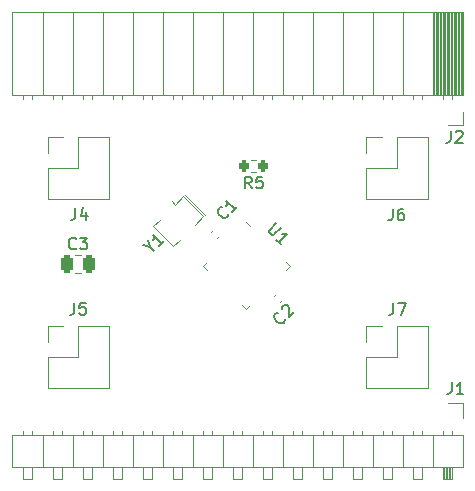
<source format=gto>
%TF.GenerationSoftware,KiCad,Pcbnew,7.0.8-7.0.8~ubuntu22.04.1*%
%TF.CreationDate,2023-11-12T15:46:43-08:00*%
%TF.ProjectId,comm_v0p6,636f6d6d-5f76-4307-9036-2e6b69636164,rev?*%
%TF.SameCoordinates,Original*%
%TF.FileFunction,Legend,Top*%
%TF.FilePolarity,Positive*%
%FSLAX46Y46*%
G04 Gerber Fmt 4.6, Leading zero omitted, Abs format (unit mm)*
G04 Created by KiCad (PCBNEW 7.0.8-7.0.8~ubuntu22.04.1) date 2023-11-12 15:46:43*
%MOMM*%
%LPD*%
G01*
G04 APERTURE LIST*
G04 Aperture macros list*
%AMRoundRect*
0 Rectangle with rounded corners*
0 $1 Rounding radius*
0 $2 $3 $4 $5 $6 $7 $8 $9 X,Y pos of 4 corners*
0 Add a 4 corners polygon primitive as box body*
4,1,4,$2,$3,$4,$5,$6,$7,$8,$9,$2,$3,0*
0 Add four circle primitives for the rounded corners*
1,1,$1+$1,$2,$3*
1,1,$1+$1,$4,$5*
1,1,$1+$1,$6,$7*
1,1,$1+$1,$8,$9*
0 Add four rect primitives between the rounded corners*
20,1,$1+$1,$2,$3,$4,$5,0*
20,1,$1+$1,$4,$5,$6,$7,0*
20,1,$1+$1,$6,$7,$8,$9,0*
20,1,$1+$1,$8,$9,$2,$3,0*%
%AMRotRect*
0 Rectangle, with rotation*
0 The origin of the aperture is its center*
0 $1 length*
0 $2 width*
0 $3 Rotation angle, in degrees counterclockwise*
0 Add horizontal line*
21,1,$1,$2,0,0,$3*%
G04 Aperture macros list end*
%ADD10C,0.150000*%
%ADD11C,0.120000*%
%ADD12RoundRect,0.250000X-0.250000X-0.475000X0.250000X-0.475000X0.250000X0.475000X-0.250000X0.475000X0*%
%ADD13R,1.700000X1.700000*%
%ADD14O,1.700000X1.700000*%
%ADD15RoundRect,0.200000X0.200000X0.275000X-0.200000X0.275000X-0.200000X-0.275000X0.200000X-0.275000X0*%
%ADD16RoundRect,0.140000X0.021213X-0.219203X0.219203X-0.021213X-0.021213X0.219203X-0.219203X0.021213X0*%
%ADD17RoundRect,0.062500X-0.309359X0.220971X0.220971X-0.309359X0.309359X-0.220971X-0.220971X0.309359X0*%
%ADD18RoundRect,0.062500X-0.309359X-0.220971X-0.220971X-0.309359X0.309359X0.220971X0.220971X0.309359X0*%
%ADD19RotRect,3.100000X3.100000X315.000000*%
%ADD20RoundRect,0.140000X-0.021213X0.219203X-0.219203X0.021213X0.021213X-0.219203X0.219203X-0.021213X0*%
%ADD21RotRect,0.400000X1.900000X225.000000*%
G04 APERTURE END LIST*
D10*
X56312733Y-70307580D02*
X56265114Y-70355200D01*
X56265114Y-70355200D02*
X56122257Y-70402819D01*
X56122257Y-70402819D02*
X56027019Y-70402819D01*
X56027019Y-70402819D02*
X55884162Y-70355200D01*
X55884162Y-70355200D02*
X55788924Y-70259961D01*
X55788924Y-70259961D02*
X55741305Y-70164723D01*
X55741305Y-70164723D02*
X55693686Y-69974247D01*
X55693686Y-69974247D02*
X55693686Y-69831390D01*
X55693686Y-69831390D02*
X55741305Y-69640914D01*
X55741305Y-69640914D02*
X55788924Y-69545676D01*
X55788924Y-69545676D02*
X55884162Y-69450438D01*
X55884162Y-69450438D02*
X56027019Y-69402819D01*
X56027019Y-69402819D02*
X56122257Y-69402819D01*
X56122257Y-69402819D02*
X56265114Y-69450438D01*
X56265114Y-69450438D02*
X56312733Y-69498057D01*
X56646067Y-69402819D02*
X57265114Y-69402819D01*
X57265114Y-69402819D02*
X56931781Y-69783771D01*
X56931781Y-69783771D02*
X57074638Y-69783771D01*
X57074638Y-69783771D02*
X57169876Y-69831390D01*
X57169876Y-69831390D02*
X57217495Y-69879009D01*
X57217495Y-69879009D02*
X57265114Y-69974247D01*
X57265114Y-69974247D02*
X57265114Y-70212342D01*
X57265114Y-70212342D02*
X57217495Y-70307580D01*
X57217495Y-70307580D02*
X57169876Y-70355200D01*
X57169876Y-70355200D02*
X57074638Y-70402819D01*
X57074638Y-70402819D02*
X56788924Y-70402819D01*
X56788924Y-70402819D02*
X56693686Y-70355200D01*
X56693686Y-70355200D02*
X56646067Y-70307580D01*
X56257866Y-66866419D02*
X56257866Y-67580704D01*
X56257866Y-67580704D02*
X56210247Y-67723561D01*
X56210247Y-67723561D02*
X56115009Y-67818800D01*
X56115009Y-67818800D02*
X55972152Y-67866419D01*
X55972152Y-67866419D02*
X55876914Y-67866419D01*
X57162628Y-67199752D02*
X57162628Y-67866419D01*
X56924533Y-66818800D02*
X56686438Y-67533085D01*
X56686438Y-67533085D02*
X57305485Y-67533085D01*
X83105666Y-66942619D02*
X83105666Y-67656904D01*
X83105666Y-67656904D02*
X83058047Y-67799761D01*
X83058047Y-67799761D02*
X82962809Y-67895000D01*
X82962809Y-67895000D02*
X82819952Y-67942619D01*
X82819952Y-67942619D02*
X82724714Y-67942619D01*
X84010428Y-66942619D02*
X83819952Y-66942619D01*
X83819952Y-66942619D02*
X83724714Y-66990238D01*
X83724714Y-66990238D02*
X83677095Y-67037857D01*
X83677095Y-67037857D02*
X83581857Y-67180714D01*
X83581857Y-67180714D02*
X83534238Y-67371190D01*
X83534238Y-67371190D02*
X83534238Y-67752142D01*
X83534238Y-67752142D02*
X83581857Y-67847380D01*
X83581857Y-67847380D02*
X83629476Y-67895000D01*
X83629476Y-67895000D02*
X83724714Y-67942619D01*
X83724714Y-67942619D02*
X83915190Y-67942619D01*
X83915190Y-67942619D02*
X84010428Y-67895000D01*
X84010428Y-67895000D02*
X84058047Y-67847380D01*
X84058047Y-67847380D02*
X84105666Y-67752142D01*
X84105666Y-67752142D02*
X84105666Y-67514047D01*
X84105666Y-67514047D02*
X84058047Y-67418809D01*
X84058047Y-67418809D02*
X84010428Y-67371190D01*
X84010428Y-67371190D02*
X83915190Y-67323571D01*
X83915190Y-67323571D02*
X83724714Y-67323571D01*
X83724714Y-67323571D02*
X83629476Y-67371190D01*
X83629476Y-67371190D02*
X83581857Y-67418809D01*
X83581857Y-67418809D02*
X83534238Y-67514047D01*
X56166666Y-74914819D02*
X56166666Y-75629104D01*
X56166666Y-75629104D02*
X56119047Y-75771961D01*
X56119047Y-75771961D02*
X56023809Y-75867200D01*
X56023809Y-75867200D02*
X55880952Y-75914819D01*
X55880952Y-75914819D02*
X55785714Y-75914819D01*
X57119047Y-74914819D02*
X56642857Y-74914819D01*
X56642857Y-74914819D02*
X56595238Y-75391009D01*
X56595238Y-75391009D02*
X56642857Y-75343390D01*
X56642857Y-75343390D02*
X56738095Y-75295771D01*
X56738095Y-75295771D02*
X56976190Y-75295771D01*
X56976190Y-75295771D02*
X57071428Y-75343390D01*
X57071428Y-75343390D02*
X57119047Y-75391009D01*
X57119047Y-75391009D02*
X57166666Y-75486247D01*
X57166666Y-75486247D02*
X57166666Y-75724342D01*
X57166666Y-75724342D02*
X57119047Y-75819580D01*
X57119047Y-75819580D02*
X57071428Y-75867200D01*
X57071428Y-75867200D02*
X56976190Y-75914819D01*
X56976190Y-75914819D02*
X56738095Y-75914819D01*
X56738095Y-75914819D02*
X56642857Y-75867200D01*
X56642857Y-75867200D02*
X56595238Y-75819580D01*
X83166666Y-74914819D02*
X83166666Y-75629104D01*
X83166666Y-75629104D02*
X83119047Y-75771961D01*
X83119047Y-75771961D02*
X83023809Y-75867200D01*
X83023809Y-75867200D02*
X82880952Y-75914819D01*
X82880952Y-75914819D02*
X82785714Y-75914819D01*
X83547619Y-74914819D02*
X84214285Y-74914819D01*
X84214285Y-74914819D02*
X83785714Y-75914819D01*
X71169733Y-65232419D02*
X70836400Y-64756228D01*
X70598305Y-65232419D02*
X70598305Y-64232419D01*
X70598305Y-64232419D02*
X70979257Y-64232419D01*
X70979257Y-64232419D02*
X71074495Y-64280038D01*
X71074495Y-64280038D02*
X71122114Y-64327657D01*
X71122114Y-64327657D02*
X71169733Y-64422895D01*
X71169733Y-64422895D02*
X71169733Y-64565752D01*
X71169733Y-64565752D02*
X71122114Y-64660990D01*
X71122114Y-64660990D02*
X71074495Y-64708609D01*
X71074495Y-64708609D02*
X70979257Y-64756228D01*
X70979257Y-64756228D02*
X70598305Y-64756228D01*
X72074495Y-64232419D02*
X71598305Y-64232419D01*
X71598305Y-64232419D02*
X71550686Y-64708609D01*
X71550686Y-64708609D02*
X71598305Y-64660990D01*
X71598305Y-64660990D02*
X71693543Y-64613371D01*
X71693543Y-64613371D02*
X71931638Y-64613371D01*
X71931638Y-64613371D02*
X72026876Y-64660990D01*
X72026876Y-64660990D02*
X72074495Y-64708609D01*
X72074495Y-64708609D02*
X72122114Y-64803847D01*
X72122114Y-64803847D02*
X72122114Y-65041942D01*
X72122114Y-65041942D02*
X72074495Y-65137180D01*
X72074495Y-65137180D02*
X72026876Y-65184800D01*
X72026876Y-65184800D02*
X71931638Y-65232419D01*
X71931638Y-65232419D02*
X71693543Y-65232419D01*
X71693543Y-65232419D02*
X71598305Y-65184800D01*
X71598305Y-65184800D02*
X71550686Y-65137180D01*
X88106666Y-81634819D02*
X88106666Y-82349104D01*
X88106666Y-82349104D02*
X88059047Y-82491961D01*
X88059047Y-82491961D02*
X87963809Y-82587200D01*
X87963809Y-82587200D02*
X87820952Y-82634819D01*
X87820952Y-82634819D02*
X87725714Y-82634819D01*
X89106666Y-82634819D02*
X88535238Y-82634819D01*
X88820952Y-82634819D02*
X88820952Y-81634819D01*
X88820952Y-81634819D02*
X88725714Y-81777676D01*
X88725714Y-81777676D02*
X88630476Y-81872914D01*
X88630476Y-81872914D02*
X88535238Y-81920533D01*
X74008322Y-76315902D02*
X74008322Y-76383246D01*
X74008322Y-76383246D02*
X73940978Y-76517933D01*
X73940978Y-76517933D02*
X73873635Y-76585276D01*
X73873635Y-76585276D02*
X73738948Y-76652620D01*
X73738948Y-76652620D02*
X73604261Y-76652620D01*
X73604261Y-76652620D02*
X73503246Y-76618948D01*
X73503246Y-76618948D02*
X73334887Y-76517933D01*
X73334887Y-76517933D02*
X73233872Y-76416918D01*
X73233872Y-76416918D02*
X73132856Y-76248559D01*
X73132856Y-76248559D02*
X73099185Y-76147544D01*
X73099185Y-76147544D02*
X73099185Y-76012857D01*
X73099185Y-76012857D02*
X73166528Y-75878170D01*
X73166528Y-75878170D02*
X73233872Y-75810826D01*
X73233872Y-75810826D02*
X73368559Y-75743483D01*
X73368559Y-75743483D02*
X73435902Y-75743483D01*
X73705276Y-75474109D02*
X73705276Y-75406765D01*
X73705276Y-75406765D02*
X73738948Y-75305750D01*
X73738948Y-75305750D02*
X73907307Y-75137391D01*
X73907307Y-75137391D02*
X74008322Y-75103719D01*
X74008322Y-75103719D02*
X74075665Y-75103719D01*
X74075665Y-75103719D02*
X74176681Y-75137391D01*
X74176681Y-75137391D02*
X74244024Y-75204735D01*
X74244024Y-75204735D02*
X74311368Y-75339422D01*
X74311368Y-75339422D02*
X74311368Y-76147544D01*
X74311368Y-76147544D02*
X74749100Y-75709811D01*
X88036666Y-60364819D02*
X88036666Y-61079104D01*
X88036666Y-61079104D02*
X87989047Y-61221961D01*
X87989047Y-61221961D02*
X87893809Y-61317200D01*
X87893809Y-61317200D02*
X87750952Y-61364819D01*
X87750952Y-61364819D02*
X87655714Y-61364819D01*
X88465238Y-60460057D02*
X88512857Y-60412438D01*
X88512857Y-60412438D02*
X88608095Y-60364819D01*
X88608095Y-60364819D02*
X88846190Y-60364819D01*
X88846190Y-60364819D02*
X88941428Y-60412438D01*
X88941428Y-60412438D02*
X88989047Y-60460057D01*
X88989047Y-60460057D02*
X89036666Y-60555295D01*
X89036666Y-60555295D02*
X89036666Y-60650533D01*
X89036666Y-60650533D02*
X88989047Y-60793390D01*
X88989047Y-60793390D02*
X88417619Y-61364819D01*
X88417619Y-61364819D02*
X89036666Y-61364819D01*
X73269801Y-68146702D02*
X72697381Y-68719122D01*
X72697381Y-68719122D02*
X72663709Y-68820137D01*
X72663709Y-68820137D02*
X72663709Y-68887481D01*
X72663709Y-68887481D02*
X72697381Y-68988496D01*
X72697381Y-68988496D02*
X72832068Y-69123183D01*
X72832068Y-69123183D02*
X72933083Y-69156855D01*
X72933083Y-69156855D02*
X73000427Y-69156855D01*
X73000427Y-69156855D02*
X73101442Y-69123183D01*
X73101442Y-69123183D02*
X73673862Y-68550763D01*
X73673862Y-69964977D02*
X73269801Y-69560916D01*
X73471831Y-69762946D02*
X74178938Y-69055840D01*
X74178938Y-69055840D02*
X74010579Y-69089511D01*
X74010579Y-69089511D02*
X73875892Y-69089511D01*
X73875892Y-69089511D02*
X73774877Y-69055840D01*
X69215591Y-67402692D02*
X69215591Y-67470036D01*
X69215591Y-67470036D02*
X69148247Y-67604723D01*
X69148247Y-67604723D02*
X69080904Y-67672066D01*
X69080904Y-67672066D02*
X68946217Y-67739410D01*
X68946217Y-67739410D02*
X68811530Y-67739410D01*
X68811530Y-67739410D02*
X68710515Y-67705738D01*
X68710515Y-67705738D02*
X68542156Y-67604723D01*
X68542156Y-67604723D02*
X68441141Y-67503708D01*
X68441141Y-67503708D02*
X68340125Y-67335349D01*
X68340125Y-67335349D02*
X68306454Y-67234334D01*
X68306454Y-67234334D02*
X68306454Y-67099647D01*
X68306454Y-67099647D02*
X68373797Y-66964960D01*
X68373797Y-66964960D02*
X68441141Y-66897616D01*
X68441141Y-66897616D02*
X68575828Y-66830273D01*
X68575828Y-66830273D02*
X68643171Y-66830273D01*
X69956369Y-66796601D02*
X69552308Y-67200662D01*
X69754339Y-66998631D02*
X69047232Y-66291525D01*
X69047232Y-66291525D02*
X69080904Y-66459883D01*
X69080904Y-66459883D02*
X69080904Y-66594570D01*
X69080904Y-66594570D02*
X69047232Y-66695586D01*
X62566498Y-70188777D02*
X62903216Y-70525495D01*
X61960407Y-70054090D02*
X62566498Y-70188777D01*
X62566498Y-70188777D02*
X62431811Y-69582686D01*
X63745009Y-69683701D02*
X63340948Y-70087762D01*
X63542979Y-69885731D02*
X62835872Y-69178625D01*
X62835872Y-69178625D02*
X62869544Y-69346983D01*
X62869544Y-69346983D02*
X62869544Y-69481670D01*
X62869544Y-69481670D02*
X62835872Y-69582686D01*
D11*
%TO.C,C3*%
X56218148Y-70893000D02*
X56740652Y-70893000D01*
X56218148Y-72363000D02*
X56740652Y-72363000D01*
%TO.C,J4*%
X53900000Y-60900000D02*
X53900000Y-62230000D01*
X53900000Y-63500000D02*
X53900000Y-66100000D01*
X55230000Y-60900000D02*
X53900000Y-60900000D01*
X56500000Y-60900000D02*
X56500000Y-63500000D01*
X56500000Y-63500000D02*
X53900000Y-63500000D01*
X59100000Y-60900000D02*
X56500000Y-60900000D01*
X59100000Y-60900000D02*
X59100000Y-66100000D01*
X59100000Y-66100000D02*
X53900000Y-66100000D01*
%TO.C,J6*%
X80900000Y-60900000D02*
X80900000Y-62230000D01*
X80900000Y-63500000D02*
X80900000Y-66100000D01*
X82230000Y-60900000D02*
X80900000Y-60900000D01*
X83500000Y-60900000D02*
X83500000Y-63500000D01*
X83500000Y-63500000D02*
X80900000Y-63500000D01*
X86100000Y-60900000D02*
X83500000Y-60900000D01*
X86100000Y-60900000D02*
X86100000Y-66100000D01*
X86100000Y-66100000D02*
X80900000Y-66100000D01*
%TO.C,J5*%
X53900000Y-76900000D02*
X53900000Y-78230000D01*
X53900000Y-79500000D02*
X53900000Y-82100000D01*
X55230000Y-76900000D02*
X53900000Y-76900000D01*
X56500000Y-76900000D02*
X56500000Y-79500000D01*
X56500000Y-79500000D02*
X53900000Y-79500000D01*
X59100000Y-76900000D02*
X56500000Y-76900000D01*
X59100000Y-76900000D02*
X59100000Y-82100000D01*
X59100000Y-82100000D02*
X53900000Y-82100000D01*
%TO.C,J7*%
X80900000Y-76900000D02*
X80900000Y-78230000D01*
X80900000Y-79500000D02*
X80900000Y-82100000D01*
X82230000Y-76900000D02*
X80900000Y-76900000D01*
X83500000Y-76900000D02*
X83500000Y-79500000D01*
X83500000Y-79500000D02*
X80900000Y-79500000D01*
X86100000Y-76900000D02*
X83500000Y-76900000D01*
X86100000Y-76900000D02*
X86100000Y-82100000D01*
X86100000Y-82100000D02*
X80900000Y-82100000D01*
%TO.C,R5*%
X71573658Y-63870100D02*
X71099142Y-63870100D01*
X71573658Y-62825100D02*
X71099142Y-62825100D01*
%TO.C,J1*%
X51840000Y-89800000D02*
X51840000Y-88800000D01*
X52600000Y-89800000D02*
X51840000Y-89800000D01*
X54380000Y-89800000D02*
X54380000Y-88800000D01*
X55140000Y-89800000D02*
X54380000Y-89800000D01*
X56920000Y-89800000D02*
X56920000Y-88800000D01*
X57680000Y-89800000D02*
X56920000Y-89800000D01*
X59460000Y-89800000D02*
X59460000Y-88800000D01*
X60220000Y-89800000D02*
X59460000Y-89800000D01*
X62000000Y-89800000D02*
X62000000Y-88800000D01*
X62760000Y-89800000D02*
X62000000Y-89800000D01*
X64540000Y-89800000D02*
X64540000Y-88800000D01*
X65300000Y-89800000D02*
X64540000Y-89800000D01*
X67080000Y-89800000D02*
X67080000Y-88800000D01*
X67840000Y-89800000D02*
X67080000Y-89800000D01*
X69620000Y-89800000D02*
X69620000Y-88800000D01*
X70380000Y-89800000D02*
X69620000Y-89800000D01*
X72160000Y-89800000D02*
X72160000Y-88800000D01*
X72920000Y-89800000D02*
X72160000Y-89800000D01*
X74700000Y-89800000D02*
X74700000Y-88800000D01*
X75460000Y-89800000D02*
X74700000Y-89800000D01*
X77240000Y-89800000D02*
X77240000Y-88800000D01*
X78000000Y-89800000D02*
X77240000Y-89800000D01*
X79780000Y-89800000D02*
X79780000Y-88800000D01*
X80540000Y-89800000D02*
X79780000Y-89800000D01*
X82320000Y-89800000D02*
X82320000Y-88800000D01*
X83080000Y-89800000D02*
X82320000Y-89800000D01*
X84860000Y-89800000D02*
X84860000Y-88800000D01*
X85620000Y-89800000D02*
X84860000Y-89800000D01*
X87400000Y-89800000D02*
X87400000Y-88800000D01*
X88160000Y-89800000D02*
X87400000Y-89800000D01*
X50890000Y-88800000D02*
X89110000Y-88800000D01*
X52600000Y-88800000D02*
X52600000Y-89800000D01*
X55140000Y-88800000D02*
X55140000Y-89800000D01*
X57680000Y-88800000D02*
X57680000Y-89800000D01*
X60220000Y-88800000D02*
X60220000Y-89800000D01*
X62760000Y-88800000D02*
X62760000Y-89800000D01*
X65300000Y-88800000D02*
X65300000Y-89800000D01*
X67840000Y-88800000D02*
X67840000Y-89800000D01*
X70380000Y-88800000D02*
X70380000Y-89800000D01*
X72920000Y-88800000D02*
X72920000Y-89800000D01*
X75460000Y-88800000D02*
X75460000Y-89800000D01*
X78000000Y-88800000D02*
X78000000Y-89800000D01*
X80540000Y-88800000D02*
X80540000Y-89800000D01*
X83080000Y-88800000D02*
X83080000Y-89800000D01*
X85620000Y-88800000D02*
X85620000Y-89800000D01*
X87500000Y-88800000D02*
X87500000Y-89800000D01*
X87620000Y-88800000D02*
X87620000Y-89800000D01*
X87740000Y-88800000D02*
X87740000Y-89800000D01*
X87860000Y-88800000D02*
X87860000Y-89800000D01*
X87980000Y-88800000D02*
X87980000Y-89800000D01*
X88100000Y-88800000D02*
X88100000Y-89800000D01*
X88160000Y-88800000D02*
X88160000Y-89800000D01*
X89110000Y-88800000D02*
X89110000Y-86140000D01*
X50890000Y-86140000D02*
X50890000Y-88800000D01*
X53490000Y-86140000D02*
X53490000Y-88800000D01*
X56030000Y-86140000D02*
X56030000Y-88800000D01*
X58570000Y-86140000D02*
X58570000Y-88800000D01*
X61110000Y-86140000D02*
X61110000Y-88800000D01*
X63650000Y-86140000D02*
X63650000Y-88800000D01*
X66190000Y-86140000D02*
X66190000Y-88800000D01*
X68730000Y-86140000D02*
X68730000Y-88800000D01*
X71270000Y-86140000D02*
X71270000Y-88800000D01*
X73810000Y-86140000D02*
X73810000Y-88800000D01*
X76350000Y-86140000D02*
X76350000Y-88800000D01*
X78890000Y-86140000D02*
X78890000Y-88800000D01*
X81430000Y-86140000D02*
X81430000Y-88800000D01*
X83970000Y-86140000D02*
X83970000Y-88800000D01*
X86510000Y-86140000D02*
X86510000Y-88800000D01*
X89110000Y-86140000D02*
X50890000Y-86140000D01*
X87400000Y-85810000D02*
X87400000Y-86140000D01*
X88160000Y-85810000D02*
X88160000Y-86140000D01*
X51840000Y-85742929D02*
X51840000Y-86140000D01*
X52600000Y-85742929D02*
X52600000Y-86140000D01*
X54380000Y-85742929D02*
X54380000Y-86140000D01*
X55140000Y-85742929D02*
X55140000Y-86140000D01*
X56920000Y-85742929D02*
X56920000Y-86140000D01*
X57680000Y-85742929D02*
X57680000Y-86140000D01*
X59460000Y-85742929D02*
X59460000Y-86140000D01*
X60220000Y-85742929D02*
X60220000Y-86140000D01*
X62000000Y-85742929D02*
X62000000Y-86140000D01*
X62760000Y-85742929D02*
X62760000Y-86140000D01*
X64540000Y-85742929D02*
X64540000Y-86140000D01*
X65300000Y-85742929D02*
X65300000Y-86140000D01*
X67080000Y-85742929D02*
X67080000Y-86140000D01*
X67840000Y-85742929D02*
X67840000Y-86140000D01*
X69620000Y-85742929D02*
X69620000Y-86140000D01*
X70380000Y-85742929D02*
X70380000Y-86140000D01*
X72160000Y-85742929D02*
X72160000Y-86140000D01*
X72920000Y-85742929D02*
X72920000Y-86140000D01*
X74700000Y-85742929D02*
X74700000Y-86140000D01*
X75460000Y-85742929D02*
X75460000Y-86140000D01*
X77240000Y-85742929D02*
X77240000Y-86140000D01*
X78000000Y-85742929D02*
X78000000Y-86140000D01*
X79780000Y-85742929D02*
X79780000Y-86140000D01*
X80540000Y-85742929D02*
X80540000Y-86140000D01*
X82320000Y-85742929D02*
X82320000Y-86140000D01*
X83080000Y-85742929D02*
X83080000Y-86140000D01*
X84860000Y-85742929D02*
X84860000Y-86140000D01*
X85620000Y-85742929D02*
X85620000Y-86140000D01*
X87780000Y-83430000D02*
X89050000Y-83430000D01*
X89050000Y-83430000D02*
X89050000Y-84700000D01*
%TO.C,C2*%
X73101690Y-74344893D02*
X73254193Y-74192390D01*
X73610807Y-74854010D02*
X73763310Y-74701507D01*
%TO.C,J2*%
X89110000Y-50290000D02*
X50890000Y-50290000D01*
X89110000Y-50290000D02*
X89110000Y-57290000D01*
X88990000Y-50290000D02*
X88990000Y-57290000D01*
X88871905Y-50290000D02*
X88871905Y-57290000D01*
X88753810Y-50290000D02*
X88753810Y-57290000D01*
X88635715Y-50290000D02*
X88635715Y-57290000D01*
X88517620Y-50290000D02*
X88517620Y-57290000D01*
X88399525Y-50290000D02*
X88399525Y-57290000D01*
X88281430Y-50290000D02*
X88281430Y-57290000D01*
X88163335Y-50290000D02*
X88163335Y-57290000D01*
X88045240Y-50290000D02*
X88045240Y-57290000D01*
X87927145Y-50290000D02*
X87927145Y-57290000D01*
X87809050Y-50290000D02*
X87809050Y-57290000D01*
X87690955Y-50290000D02*
X87690955Y-57290000D01*
X87572860Y-50290000D02*
X87572860Y-57290000D01*
X87454765Y-50290000D02*
X87454765Y-57290000D01*
X87336670Y-50290000D02*
X87336670Y-57290000D01*
X87218575Y-50290000D02*
X87218575Y-57290000D01*
X87100480Y-50290000D02*
X87100480Y-57290000D01*
X86982385Y-50290000D02*
X86982385Y-57290000D01*
X86864290Y-50290000D02*
X86864290Y-57290000D01*
X86746195Y-50290000D02*
X86746195Y-57290000D01*
X86628100Y-50290000D02*
X86628100Y-57290000D01*
X86510000Y-50290000D02*
X86510000Y-57290000D01*
X83970000Y-50290000D02*
X83970000Y-57290000D01*
X81430000Y-50290000D02*
X81430000Y-57290000D01*
X78890000Y-50290000D02*
X78890000Y-57290000D01*
X76350000Y-50290000D02*
X76350000Y-57290000D01*
X73810000Y-50290000D02*
X73810000Y-57290000D01*
X71270000Y-50290000D02*
X71270000Y-57290000D01*
X68730000Y-50290000D02*
X68730000Y-57290000D01*
X66190000Y-50290000D02*
X66190000Y-57290000D01*
X63650000Y-50290000D02*
X63650000Y-57290000D01*
X61110000Y-50290000D02*
X61110000Y-57290000D01*
X58570000Y-50290000D02*
X58570000Y-57290000D01*
X56030000Y-50290000D02*
X56030000Y-57290000D01*
X53490000Y-50290000D02*
X53490000Y-57290000D01*
X50890000Y-50290000D02*
X50890000Y-57290000D01*
X89110000Y-57290000D02*
X50890000Y-57290000D01*
X88140000Y-57290000D02*
X88140000Y-57640000D01*
X87420000Y-57290000D02*
X87420000Y-57640000D01*
X85600000Y-57290000D02*
X85600000Y-57700000D01*
X84880000Y-57290000D02*
X84880000Y-57700000D01*
X83060000Y-57290000D02*
X83060000Y-57700000D01*
X82340000Y-57290000D02*
X82340000Y-57700000D01*
X80520000Y-57290000D02*
X80520000Y-57700000D01*
X79800000Y-57290000D02*
X79800000Y-57700000D01*
X77980000Y-57290000D02*
X77980000Y-57700000D01*
X77260000Y-57290000D02*
X77260000Y-57700000D01*
X75440000Y-57290000D02*
X75440000Y-57700000D01*
X74720000Y-57290000D02*
X74720000Y-57700000D01*
X72900000Y-57290000D02*
X72900000Y-57700000D01*
X72180000Y-57290000D02*
X72180000Y-57700000D01*
X70360000Y-57290000D02*
X70360000Y-57700000D01*
X69640000Y-57290000D02*
X69640000Y-57700000D01*
X67820000Y-57290000D02*
X67820000Y-57700000D01*
X67100000Y-57290000D02*
X67100000Y-57700000D01*
X65280000Y-57290000D02*
X65280000Y-57700000D01*
X64560000Y-57290000D02*
X64560000Y-57700000D01*
X62740000Y-57290000D02*
X62740000Y-57700000D01*
X62020000Y-57290000D02*
X62020000Y-57700000D01*
X60200000Y-57290000D02*
X60200000Y-57700000D01*
X59480000Y-57290000D02*
X59480000Y-57700000D01*
X57660000Y-57290000D02*
X57660000Y-57700000D01*
X56940000Y-57290000D02*
X56940000Y-57700000D01*
X55120000Y-57290000D02*
X55120000Y-57700000D01*
X54400000Y-57290000D02*
X54400000Y-57700000D01*
X52580000Y-57290000D02*
X52580000Y-57700000D01*
X51860000Y-57290000D02*
X51860000Y-57700000D01*
X89110000Y-58750000D02*
X89110000Y-59860000D01*
X89110000Y-59860000D02*
X87780000Y-59860000D01*
%TO.C,U1*%
X67030803Y-71772100D02*
X67366678Y-71436224D01*
X71057776Y-68416878D02*
X70721900Y-68081003D01*
X67366678Y-72107976D02*
X67030803Y-71772100D01*
X74077122Y-71436224D02*
X74412997Y-71772100D01*
X70386024Y-75127322D02*
X70721900Y-75463197D01*
X74412997Y-71772100D02*
X74077122Y-72107976D01*
X70721900Y-75463197D02*
X71057776Y-75127322D01*
%TO.C,C1*%
X68383310Y-69242107D02*
X68230807Y-69394610D01*
X67874193Y-68732990D02*
X67721690Y-68885493D01*
%TO.C,Y1*%
X67232542Y-67450015D02*
X65818328Y-66035801D01*
X65818328Y-66035801D02*
X65535485Y-65752958D01*
X67091120Y-67591436D02*
X66384014Y-68298543D01*
X65676907Y-66177222D02*
X67091120Y-67591436D01*
X65676907Y-66177222D02*
X65394064Y-65894380D01*
X64686957Y-66601486D02*
X65394064Y-65894380D01*
X64686957Y-66601486D02*
X64404115Y-66318644D01*
X65111221Y-69571335D02*
X64545536Y-70137020D01*
X64545536Y-70137020D02*
X63131322Y-68722807D01*
X63131322Y-68722807D02*
X62848480Y-68439964D01*
X62848480Y-68439964D02*
X63414165Y-67874279D01*
%TD*%
%LPC*%
D12*
%TO.C,C3*%
X55529400Y-71628000D03*
X57429400Y-71628000D03*
%TD*%
D13*
%TO.C,J4*%
X55230000Y-62230000D03*
D14*
X57770000Y-62230000D03*
X55230000Y-64770000D03*
X57770000Y-64770000D03*
%TD*%
D13*
%TO.C,J6*%
X82230000Y-62230000D03*
D14*
X84770000Y-62230000D03*
X82230000Y-64770000D03*
X84770000Y-64770000D03*
%TD*%
D13*
%TO.C,J5*%
X55230000Y-78230000D03*
D14*
X57770000Y-78230000D03*
X55230000Y-80770000D03*
X57770000Y-80770000D03*
%TD*%
D13*
%TO.C,J7*%
X82230000Y-78230000D03*
D14*
X84770000Y-78230000D03*
X82230000Y-80770000D03*
X84770000Y-80770000D03*
%TD*%
D15*
%TO.C,R5*%
X72161400Y-63347600D03*
X70511400Y-63347600D03*
%TD*%
D14*
%TO.C,J1*%
X52220000Y-84700000D03*
X54760000Y-84700000D03*
X57300000Y-84700000D03*
X59840000Y-84700000D03*
X62380000Y-84700000D03*
X64920000Y-84700000D03*
X67460000Y-84700000D03*
X70000000Y-84700000D03*
X72540000Y-84700000D03*
X75080000Y-84700000D03*
X77620000Y-84700000D03*
X80160000Y-84700000D03*
X82700000Y-84700000D03*
X85240000Y-84700000D03*
D13*
X87780000Y-84700000D03*
%TD*%
D16*
%TO.C,C2*%
X73093089Y-74862611D03*
X73771911Y-74183789D03*
%TD*%
D13*
%TO.C,J2*%
X87780000Y-58750000D03*
D14*
X85240000Y-58750000D03*
X82700000Y-58750000D03*
X80160000Y-58750000D03*
X77620000Y-58750000D03*
X75080000Y-58750000D03*
X72540000Y-58750000D03*
X70000000Y-58750000D03*
X67460000Y-58750000D03*
X64920000Y-58750000D03*
X62380000Y-58750000D03*
X59840000Y-58750000D03*
X57300000Y-58750000D03*
X54760000Y-58750000D03*
X52220000Y-58750000D03*
%TD*%
D17*
%TO.C,U1*%
X70235764Y-68811090D03*
X69882211Y-69164644D03*
X69528657Y-69518197D03*
X69175104Y-69871751D03*
X68821551Y-70225304D03*
X68467997Y-70578857D03*
X68114444Y-70932411D03*
X67760890Y-71285964D03*
D18*
X67760890Y-72258236D03*
X68114444Y-72611789D03*
X68467997Y-72965343D03*
X68821551Y-73318896D03*
X69175104Y-73672449D03*
X69528657Y-74026003D03*
X69882211Y-74379556D03*
X70235764Y-74733110D03*
D17*
X71208036Y-74733110D03*
X71561589Y-74379556D03*
X71915143Y-74026003D03*
X72268696Y-73672449D03*
X72622249Y-73318896D03*
X72975803Y-72965343D03*
X73329356Y-72611789D03*
X73682910Y-72258236D03*
D18*
X73682910Y-71285964D03*
X73329356Y-70932411D03*
X72975803Y-70578857D03*
X72622249Y-70225304D03*
X72268696Y-69871751D03*
X71915143Y-69518197D03*
X71561589Y-69164644D03*
X71208036Y-68811090D03*
D19*
X70721900Y-71772100D03*
%TD*%
D20*
%TO.C,C1*%
X68391911Y-68724389D03*
X67713089Y-69403211D03*
%TD*%
D21*
%TO.C,Y1*%
X65818328Y-67167172D03*
X64969800Y-68015700D03*
X64121272Y-68864228D03*
%TD*%
%LPD*%
M02*

</source>
